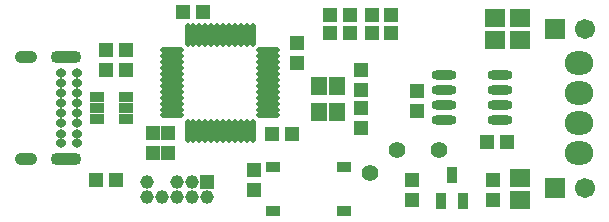
<source format=gts>
G04*
G04 #@! TF.GenerationSoftware,Altium Limited,Altium Designer,19.1.8 (144)*
G04*
G04 Layer_Color=8388736*
%FSLAX23Y23*%
%MOIN*%
G70*
G01*
G75*
%ADD20R,0.032X0.053*%
%ADD21R,0.051X0.047*%
%ADD22O,0.079X0.020*%
%ADD23O,0.020X0.079*%
%ADD24O,0.083X0.032*%
%ADD25R,0.055X0.063*%
%ADD26R,0.047X0.051*%
%ADD27R,0.051X0.034*%
%ADD28R,0.048X0.038*%
%ADD29R,0.067X0.059*%
%ADD30O,0.075X0.043*%
%ADD31O,0.102X0.043*%
%ADD32O,0.034X0.032*%
%ADD33R,0.067X0.067*%
%ADD34C,0.067*%
%ADD35O,0.095X0.079*%
%ADD36C,0.055*%
%ADD37R,0.046X0.046*%
%ADD38C,0.046*%
D20*
X1097Y-309D02*
D03*
X1171D02*
D03*
X1134Y-221D02*
D03*
D21*
X931Y310D02*
D03*
X865D02*
D03*
X931Y250D02*
D03*
X865D02*
D03*
X14Y-238D02*
D03*
X-53D02*
D03*
X45Y195D02*
D03*
X-22D02*
D03*
X-22Y128D02*
D03*
X45D02*
D03*
X303Y322D02*
D03*
X237D02*
D03*
X598Y-86D02*
D03*
X532D02*
D03*
X725Y310D02*
D03*
X792D02*
D03*
X725Y250D02*
D03*
X792D02*
D03*
X1316Y-113D02*
D03*
X1249D02*
D03*
D22*
X519Y-23D02*
D03*
Y-4D02*
D03*
Y16D02*
D03*
Y36D02*
D03*
Y55D02*
D03*
Y75D02*
D03*
Y95D02*
D03*
Y115D02*
D03*
Y134D02*
D03*
Y154D02*
D03*
Y174D02*
D03*
Y193D02*
D03*
X201D02*
D03*
Y174D02*
D03*
Y154D02*
D03*
Y134D02*
D03*
Y115D02*
D03*
Y95D02*
D03*
Y75D02*
D03*
Y55D02*
D03*
Y36D02*
D03*
Y16D02*
D03*
Y-4D02*
D03*
Y-23D02*
D03*
D23*
X468Y244D02*
D03*
X449D02*
D03*
X429D02*
D03*
X409D02*
D03*
X390D02*
D03*
X370D02*
D03*
X350D02*
D03*
X330D02*
D03*
X311D02*
D03*
X291D02*
D03*
X271D02*
D03*
X252D02*
D03*
Y-74D02*
D03*
X271D02*
D03*
X291D02*
D03*
X311D02*
D03*
X330D02*
D03*
X350D02*
D03*
X370D02*
D03*
X390D02*
D03*
X409D02*
D03*
X429D02*
D03*
X449D02*
D03*
X468D02*
D03*
D24*
X1293Y-40D02*
D03*
Y10D02*
D03*
Y60D02*
D03*
Y110D02*
D03*
X1107Y-40D02*
D03*
Y10D02*
D03*
Y60D02*
D03*
Y110D02*
D03*
D25*
X751Y73D02*
D03*
X689D02*
D03*
Y-13D02*
D03*
X751D02*
D03*
D26*
X135Y-149D02*
D03*
Y-83D02*
D03*
X1271Y-304D02*
D03*
Y-238D02*
D03*
X1001Y-305D02*
D03*
Y-239D02*
D03*
X615Y152D02*
D03*
Y218D02*
D03*
X473Y-206D02*
D03*
Y-272D02*
D03*
X185Y-149D02*
D03*
Y-83D02*
D03*
X830Y60D02*
D03*
Y127D02*
D03*
Y-64D02*
D03*
Y2D02*
D03*
X1015Y-8D02*
D03*
Y58D02*
D03*
D27*
X-49Y37D02*
D03*
Y-0D02*
D03*
Y-37D02*
D03*
X45D02*
D03*
Y-0D02*
D03*
Y37D02*
D03*
D28*
X537Y-342D02*
D03*
Y-194D02*
D03*
X773D02*
D03*
Y-342D02*
D03*
D29*
X1360Y302D02*
D03*
Y228D02*
D03*
Y-233D02*
D03*
Y-307D02*
D03*
X1275Y302D02*
D03*
Y228D02*
D03*
D30*
X-288Y170D02*
D03*
Y-170D02*
D03*
D31*
X-155D02*
D03*
Y170D02*
D03*
D32*
X-170Y117D02*
D03*
Y84D02*
D03*
Y50D02*
D03*
Y17D02*
D03*
Y-17D02*
D03*
Y-50D02*
D03*
Y-84D02*
D03*
Y-117D02*
D03*
X-117D02*
D03*
Y-84D02*
D03*
Y-50D02*
D03*
Y-17D02*
D03*
Y17D02*
D03*
Y50D02*
D03*
Y84D02*
D03*
Y117D02*
D03*
D33*
X1475Y265D02*
D03*
Y-265D02*
D03*
D34*
X1575Y265D02*
D03*
Y-265D02*
D03*
D35*
X1555Y150D02*
D03*
Y50D02*
D03*
Y-50D02*
D03*
Y-150D02*
D03*
D36*
X858Y-215D02*
D03*
X1090Y-140D02*
D03*
X950D02*
D03*
D37*
X315Y-245D02*
D03*
D38*
Y-295D02*
D03*
X265Y-245D02*
D03*
Y-295D02*
D03*
X215Y-245D02*
D03*
Y-295D02*
D03*
X165D02*
D03*
X115Y-245D02*
D03*
Y-295D02*
D03*
M02*

</source>
